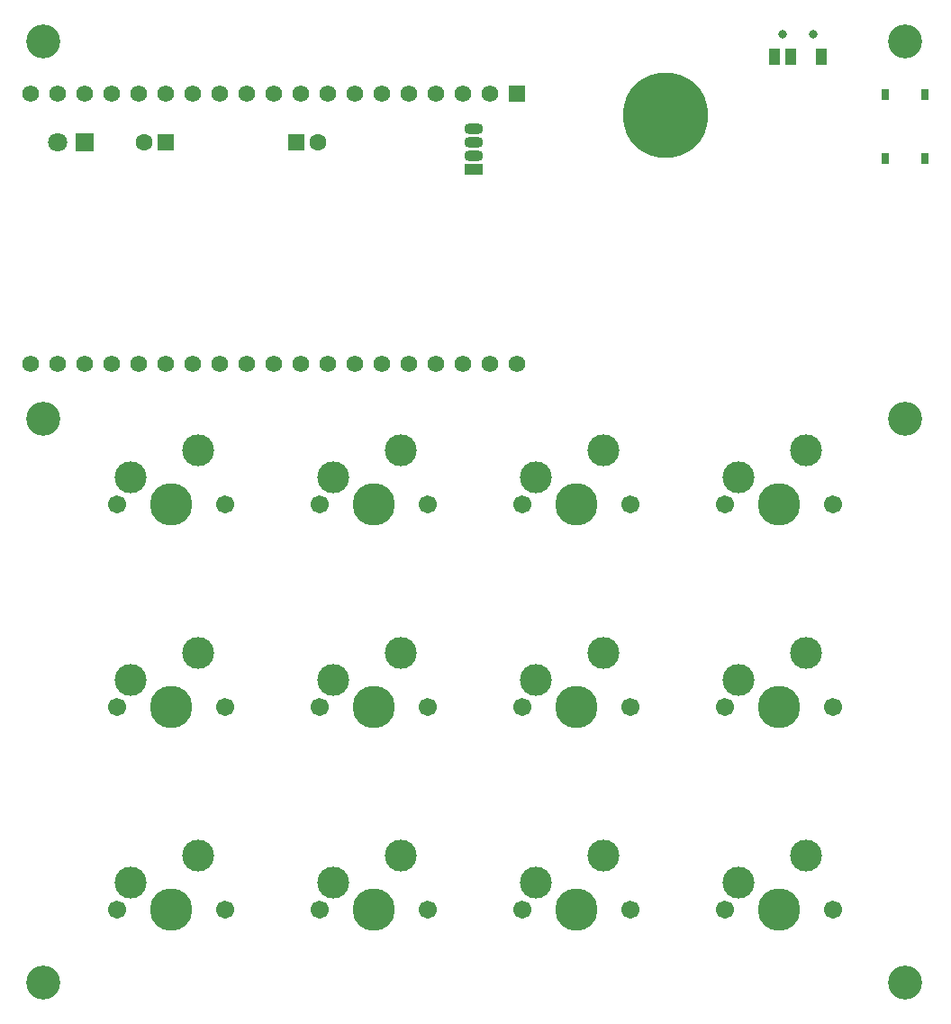
<source format=gts>
G04 #@! TF.GenerationSoftware,KiCad,Pcbnew,(6.0.6)*
G04 #@! TF.CreationDate,2022-07-26T07:29:36+09:00*
G04 #@! TF.ProjectId,ble_macro_keyboard,626c655f-6d61-4637-926f-5f6b6579626f,rev?*
G04 #@! TF.SameCoordinates,Original*
G04 #@! TF.FileFunction,Soldermask,Top*
G04 #@! TF.FilePolarity,Negative*
%FSLAX46Y46*%
G04 Gerber Fmt 4.6, Leading zero omitted, Abs format (unit mm)*
G04 Created by KiCad (PCBNEW (6.0.6)) date 2022-07-26 07:29:36*
%MOMM*%
%LPD*%
G01*
G04 APERTURE LIST*
%ADD10C,3.000000*%
%ADD11C,1.701800*%
%ADD12C,3.987800*%
%ADD13C,3.200000*%
%ADD14C,8.000000*%
%ADD15R,0.700000X1.000000*%
%ADD16C,0.800000*%
%ADD17R,1.000000X1.600000*%
%ADD18R,1.560000X1.560000*%
%ADD19C,1.560000*%
%ADD20R,1.600000X1.600000*%
%ADD21C,1.600000*%
%ADD22R,1.800000X1.800000*%
%ADD23C,1.800000*%
%ADD24R,1.800000X1.070000*%
%ADD25O,1.800000X1.070000*%
G04 APERTURE END LIST*
D10*
X-25908000Y2080000D03*
D11*
X-23368000Y-3000000D03*
D12*
X-28448000Y-3000000D03*
D11*
X-33528000Y-3000000D03*
D10*
X-32258000Y-460000D03*
D11*
X23622000Y-22050000D03*
D10*
X31242000Y-16970000D03*
D12*
X28702000Y-22050000D03*
D10*
X24892000Y-19510000D03*
D11*
X33782000Y-22050000D03*
D10*
X-13208000Y-460000D03*
X-6858000Y2080000D03*
D11*
X-14478000Y-3000000D03*
X-4318000Y-3000000D03*
D12*
X-9398000Y-3000000D03*
D11*
X-14478000Y-22050000D03*
X-4318000Y-22050000D03*
D10*
X-13208000Y-19510000D03*
D12*
X-9398000Y-22050000D03*
D10*
X-6858000Y-16970000D03*
D11*
X33782000Y-3000000D03*
D10*
X24892000Y-460000D03*
D12*
X28702000Y-3000000D03*
D10*
X31242000Y2080000D03*
D11*
X23622000Y-3000000D03*
X4572000Y-22050000D03*
X14732000Y-22050000D03*
D10*
X5842000Y-19510000D03*
X12192000Y-16970000D03*
D12*
X9652000Y-22050000D03*
D10*
X12192000Y2080000D03*
D11*
X4572000Y-3000000D03*
D10*
X5842000Y-460000D03*
D11*
X14732000Y-3000000D03*
D12*
X9652000Y-3000000D03*
X-28448000Y-22050000D03*
D11*
X-23368000Y-22050000D03*
X-33528000Y-22050000D03*
D10*
X-32258000Y-19510000D03*
X-25908000Y-16970000D03*
D13*
X-40500000Y40500000D03*
X40500000Y40500000D03*
D11*
X-14478000Y-41100000D03*
D10*
X-13208000Y-38560000D03*
D12*
X-9398000Y-41100000D03*
D11*
X-4318000Y-41100000D03*
D10*
X-6858000Y-36020000D03*
D11*
X-23368000Y-41100000D03*
D10*
X-32258000Y-38560000D03*
D11*
X-33528000Y-41100000D03*
D10*
X-25908000Y-36020000D03*
D12*
X-28448000Y-41100000D03*
D13*
X40500000Y5000000D03*
X-40500000Y5000000D03*
D14*
X18000000Y33500000D03*
D15*
X38650000Y29500000D03*
X38650000Y35500000D03*
X42350000Y35500000D03*
X42350000Y29500000D03*
D11*
X23622000Y-41100000D03*
D10*
X31242000Y-36020000D03*
D11*
X33782000Y-41100000D03*
D12*
X28702000Y-41100000D03*
D10*
X24892000Y-38560000D03*
D16*
X31930000Y41148000D03*
X29030000Y41148000D03*
D17*
X28280000Y38998000D03*
X29780000Y38998000D03*
X32680000Y38998000D03*
D13*
X-40500000Y-48000000D03*
D11*
X14732000Y-41100000D03*
D10*
X5842000Y-38560000D03*
X12192000Y-36020000D03*
D11*
X4572000Y-41100000D03*
D12*
X9652000Y-41100000D03*
D18*
X4064000Y35560000D03*
D19*
X1524000Y35560000D03*
X-1016000Y35560000D03*
X-3556000Y35560000D03*
X-6096000Y35560000D03*
X-8636000Y35560000D03*
X-11176000Y35560000D03*
X-13716000Y35560000D03*
X-16256000Y35560000D03*
X-18796000Y35560000D03*
X-21336000Y35560000D03*
X-23876000Y35560000D03*
X-26416000Y35560000D03*
X-28956000Y35560000D03*
X-31496000Y35560000D03*
X-34036000Y35560000D03*
X-36576000Y35560000D03*
X-39116000Y35560000D03*
X-41656000Y35560000D03*
X4064000Y10160000D03*
X1524000Y10160000D03*
X-1016000Y10160000D03*
X-3556000Y10160000D03*
X-6096000Y10160000D03*
X-8636000Y10160000D03*
X-11176000Y10160000D03*
X-13716000Y10160000D03*
X-16256000Y10160000D03*
X-18796000Y10160000D03*
X-21336000Y10160000D03*
X-23876000Y10160000D03*
X-26416000Y10160000D03*
X-28956000Y10160000D03*
X-31496000Y10160000D03*
X-34036000Y10160000D03*
X-36576000Y10160000D03*
X-39116000Y10160000D03*
X-41656000Y10160000D03*
D13*
X40500000Y-48000000D03*
D20*
X-16703112Y30988000D03*
D21*
X-14703112Y30988000D03*
D22*
X-36576000Y30988000D03*
D23*
X-39116000Y30988000D03*
D20*
X-29016887Y30988000D03*
D21*
X-31016887Y30988000D03*
D24*
X0Y28448000D03*
D25*
X0Y29718000D03*
X0Y30988000D03*
X0Y32258000D03*
M02*

</source>
